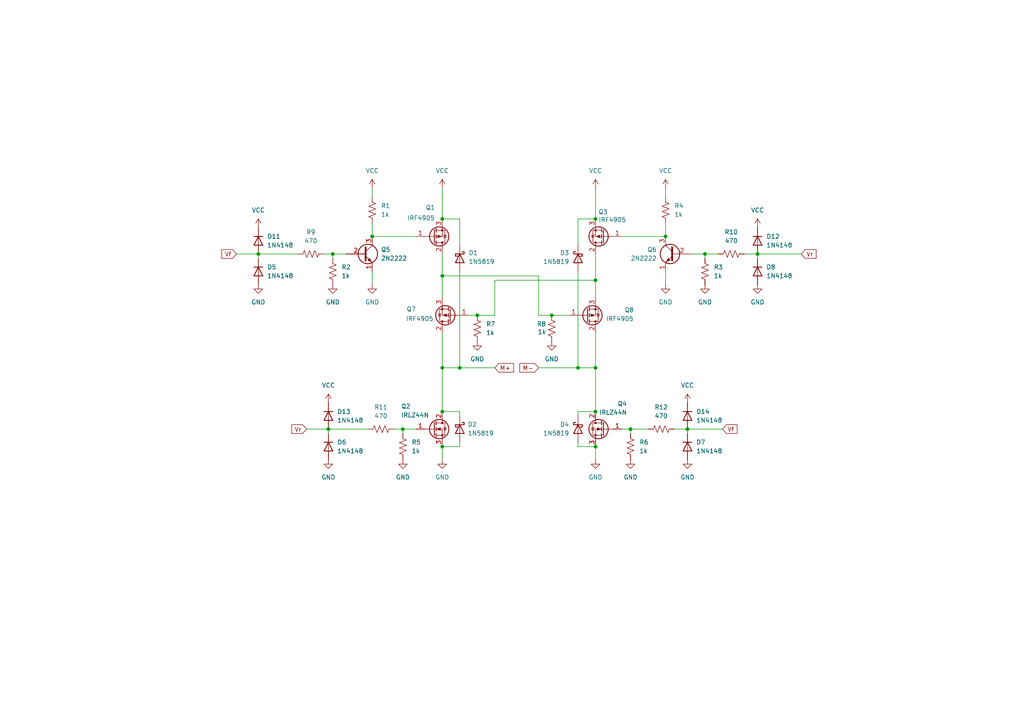
<source format=kicad_sch>
(kicad_sch (version 20231120) (generator "eeschema") (generator_version "8.0")
  (paper "A4")
  (lib_symbols
    (symbol "Device:R_US" (pin_numbers hide) (pin_names (offset 0))
      (property "Reference" "R" (at 2.54 0 90))
      (property "Value" "R_US" (at -2.54 0 90))
      (symbol "R_US_0_1"
        (polyline (pts (xy 0 -2.286) (xy 0 -2.54)))
        (polyline (pts (xy 0 2.286) (xy 0 2.54)))
        (polyline (pts (xy 0 -0.762) (xy 1.016 -1.143) (xy 0 -1.524) (xy -1.016 -1.905) (xy 0 -2.286)))
        (polyline (pts (xy 0 0.762) (xy 1.016 0.381) (xy 0 0) (xy -1.016 -0.381) (xy 0 -0.762)))
        (polyline (pts (xy 0 2.286) (xy 1.016 1.905) (xy 0 1.524) (xy -1.016 1.143) (xy 0 0.762)))
      )
      (symbol "R_US_1_1"
        (pin passive line (at 0 3.81 270) (length 1.27) (name "~") (number "1"))
        (pin passive line (at 0 -3.81 90) (length 1.27) (name "~") (number "2"))
      )
    )
    (symbol "Diode:1N4148" (pin_numbers hide) (pin_names hide)
      (property "Reference" "D" (at 0 2.54 0))
      (property "Value" "1N4148" (at 0 -2.54 0))
      (symbol "1N4148_0_1"
        (polyline (pts (xy -1.27 1.27) (xy -1.27 -1.27)) (stroke (width 0.254)))
        (polyline (pts (xy 1.27 0) (xy -1.27 0)))
        (polyline (pts (xy 1.27 1.27) (xy 1.27 -1.27) (xy -1.27 0) (xy 1.27 1.27)) (stroke (width 0.254)))
      )
      (symbol "1N4148_1_1"
        (pin passive line (at -3.81 0 0) (length 2.54) (name "K") (number "1"))
        (pin passive line (at 3.81 0 180) (length 2.54) (name "A") (number "2"))
      )
    )
    (symbol "Diode:1N5819" (pin_numbers hide) (pin_names (offset 1.016) hide)
      (property "Reference" "D" (at 0 2.54 0))
      (property "Value" "1N5819" (at 0 -2.54 0))
      (symbol "1N5819_0_1"
        (polyline (pts (xy 1.27 0) (xy -1.27 0)))
        (polyline (pts (xy 1.27 1.27) (xy 1.27 -1.27) (xy -1.27 0) (xy 1.27 1.27)) (stroke (width 0.254)))
        (polyline (pts (xy -1.905 0.635) (xy -1.905 1.27) (xy -1.27 1.27) (xy -1.27 -1.27) (xy -0.635 -1.27) (xy -0.635 -0.635)) (stroke (width 0.254)))
      )
      (symbol "1N5819_1_1"
        (pin passive line (at -3.81 0 0) (length 2.54) (name "K") (number "1"))
        (pin passive line (at 3.81 0 180) (length 2.54) (name "A") (number "2"))
      )
    )
    (symbol "Transistor_BJT:2N2219" (pin_names (offset 0) hide)
      (property "Reference" "Q" (at 5.08 1.905 0))
      (property "Value" "2N2219" (at 5.08 0 0))
      (symbol "2N2219_0_1"
        (polyline (pts (xy 0.635 0.635) (xy 2.54 2.54)))
        (polyline (pts (xy 0.635 -0.635) (xy 2.54 -2.54) (xy 2.54 -2.54)))
        (polyline (pts (xy 0.635 1.905) (xy 0.635 -1.905) (xy 0.635 -1.905)) (stroke (width 0.508)))
        (polyline (pts (xy 1.27 -1.778) (xy 1.778 -1.27) (xy 2.286 -2.286) (xy 1.27 -1.778) (xy 1.27 -1.778)) (fill (type outline)))
        (circle (center 1.27 0) (radius 2.8194) (stroke (width 0.254)))
      )
      (symbol "2N2219_1_1"
        (pin passive line (at 2.54 -5.08 90) (length 2.54) (name "E") (number "1"))
        (pin passive line (at -5.08 0 0) (length 5.715) (name "B") (number "2"))
        (pin passive line (at 2.54 5.08 270) (length 2.54) (name "C") (number "3"))
      )
    )
    (symbol "Transistor_FET:IRF4905" (pin_names hide)
      (property "Reference" "Q" (at 5.08 1.905 0))
      (property "Value" "IRF4905" (at 5.08 0 0))
      (symbol "IRF4905_0_1"
        (polyline (pts (xy 0.254 0) (xy -2.54 0)))
        (polyline (pts (xy 0.254 1.905) (xy 0.254 -1.905)) (stroke (width 0.254)))
        (polyline (pts (xy 0.762 -1.27) (xy 0.762 -2.286)) (stroke (width 0.254)))
        (polyline (pts (xy 0.762 0.508) (xy 0.762 -0.508)) (stroke (width 0.254)))
        (polyline (pts (xy 0.762 2.286) (xy 0.762 1.27)) (stroke (width 0.254)))
        (polyline (pts (xy 2.54 2.54) (xy 2.54 1.778)))
        (polyline (pts (xy 2.54 -2.54) (xy 2.54 0) (xy 0.762 0)))
        (polyline (pts (xy 0.762 1.778) (xy 3.302 1.778) (xy 3.302 -1.778) (xy 0.762 -1.778)))
        (polyline (pts (xy 2.286 0) (xy 1.27 0.381) (xy 1.27 -0.381) (xy 2.286 0)) (fill (type outline)))
        (polyline (pts (xy 2.794 -0.508) (xy 2.921 -0.381) (xy 3.683 -0.381) (xy 3.81 -0.254)))
        (polyline (pts (xy 3.302 -0.381) (xy 2.921 0.254) (xy 3.683 0.254) (xy 3.302 -0.381)))
        (circle (center 1.651 0) (radius 2.794) (stroke (width 0.254)))
        (circle (center 2.54 -1.778) (radius 0.254) (fill (type outline)))
        (circle (center 2.54 1.778) (radius 0.254) (fill (type outline)))
      )
      (symbol "IRF4905_1_1"
        (pin input line (at -5.08 0 0) (length 2.54) (name "G") (number "1"))
        (pin passive line (at 2.54 5.08 270) (length 2.54) (name "D") (number "2"))
        (pin passive line (at 2.54 -5.08 90) (length 2.54) (name "S") (number "3"))
      )
    )
    (symbol "Transistor_FET:IRLZ44N" (pin_names hide)
      (property "Reference" "Q" (at 5.08 1.905 0))
      (property "Value" "IRLZ44N" (at 5.08 0 0))
      (symbol "IRLZ44N_0_1"
        (polyline (pts (xy 0.254 0) (xy -2.54 0)))
        (polyline (pts (xy 0.254 1.905) (xy 0.254 -1.905)) (stroke (width 0.254)))
        (polyline (pts (xy 0.762 -1.27) (xy 0.762 -2.286)) (stroke (width 0.254)))
        (polyline (pts (xy 0.762 0.508) (xy 0.762 -0.508)) (stroke (width 0.254)))
        (polyline (pts (xy 0.762 2.286) (xy 0.762 1.27)) (stroke (width 0.254)))
        (polyline (pts (xy 2.54 2.54) (xy 2.54 1.778)))
        (polyline (pts (xy 2.54 -2.54) (xy 2.54 0) (xy 0.762 0)))
        (polyline (pts (xy 0.762 -1.778) (xy 3.302 -1.778) (xy 3.302 1.778) (xy 0.762 1.778)))
        (polyline (pts (xy 1.016 0) (xy 2.032 0.381) (xy 2.032 -0.381) (xy 1.016 0)) (fill (type outline)))
        (polyline (pts (xy 2.794 0.508) (xy 2.921 0.381) (xy 3.683 0.381) (xy 3.81 0.254)))
        (polyline (pts (xy 3.302 0.381) (xy 2.921 -0.254) (xy 3.683 -0.254) (xy 3.302 0.381)))
        (circle (center 1.651 0) (radius 2.794) (stroke (width 0.254)))
        (circle (center 2.54 -1.778) (radius 0.254) (fill (type outline)))
        (circle (center 2.54 1.778) (radius 0.254) (fill (type outline)))
      )
      (symbol "IRLZ44N_1_1"
        (pin input line (at -5.08 0 0) (length 2.54) (name "G") (number "1"))
        (pin passive line (at 2.54 5.08 270) (length 2.54) (name "D") (number "2"))
        (pin passive line (at 2.54 -5.08 90) (length 2.54) (name "S") (number "3"))
      )
    )
    (symbol "power:GND" (power) (pin_numbers hide) (pin_names (offset 0) hide)
      (property "Value" "GND" (at 0 -3.81 0))
      (symbol "GND_0_1"
        (polyline (pts (xy 0 0) (xy 0 -1.27) (xy 1.27 -1.27) (xy 0 -2.54) (xy -1.27 -1.27) (xy 0 -1.27)))
      )
      (symbol "GND_1_1"
        (pin power_in line (at 0 0 270) (length 0) (name "~") (number "1"))
      )
    )
    (symbol "power:VCC" (power) (pin_numbers hide) (pin_names (offset 0) hide)
      (property "Value" "VCC" (at 0 3.556 0))
      (symbol "VCC_0_1"
        (polyline (pts (xy -0.762 1.27) (xy 0 2.54)))
        (polyline (pts (xy 0 0) (xy 0 2.54)))
        (polyline (pts (xy 0 2.54) (xy 0.762 1.27)))
      )
      (symbol "VCC_1_1"
        (pin power_in line (at 0 0 90) (length 0) (name "~") (number "1"))
      )
    )
  )
  (junction (at 160.02 91.44))
  (junction (at 128.27 80.01))
  (junction (at 172.72 106.68))
  (junction (at 96.52 73.66))
  (junction (at 172.72 63.5))
  (junction (at 138.43 91.44))
  (junction (at 219.71 73.66))
  (junction (at 128.27 119.38))
  (junction (at 107.95 68.58))
  (junction (at 128.27 63.5))
  (junction (at 167.64 106.68))
  (junction (at 74.93 73.66))
  (junction (at 172.72 119.38))
  (junction (at 172.72 81.28))
  (junction (at 133.35 106.68))
  (junction (at 172.72 129.54))
  (junction (at 182.88 124.46))
  (junction (at 128.27 106.68))
  (junction (at 95.25 124.46))
  (junction (at 204.47 73.66))
  (junction (at 128.27 129.54))
  (junction (at 193.04 68.58))
  (junction (at 116.84 124.46))
  (junction (at 199.39 124.46))
  (wire (pts (xy 232.41 73.66) (xy 219.71 73.66)))
  (wire (pts (xy 167.64 63.5) (xy 167.64 71.12)))
  (wire (pts (xy 167.64 119.38) (xy 167.64 120.65)))
  (wire (pts (xy 107.95 57.15) (xy 107.95 54.61)))
  (wire (pts (xy 133.35 78.74) (xy 133.35 106.68)))
  (wire (pts (xy 143.51 91.44) (xy 143.51 81.28)))
  (wire (pts (xy 199.39 124.46) (xy 199.39 125.73)))
  (wire (pts (xy 180.34 68.58) (xy 193.04 68.58)))
  (wire (pts (xy 128.27 73.66) (xy 128.27 80.01)))
  (wire (pts (xy 128.27 63.5) (xy 133.35 63.5)))
  (wire (pts (xy 96.52 73.66) (xy 96.52 74.93)))
  (wire (pts (xy 95.25 125.73) (xy 95.25 124.46)))
  (wire (pts (xy 199.39 124.46) (xy 209.55 124.46)))
  (wire (pts (xy 96.52 73.66) (xy 100.33 73.66)))
  (wire (pts (xy 128.27 54.61) (xy 128.27 63.5)))
  (wire (pts (xy 133.35 129.54) (xy 128.27 129.54)))
  (wire (pts (xy 172.72 63.5) (xy 167.64 63.5)))
  (wire (pts (xy 172.72 81.28) (xy 172.72 86.36)))
  (wire (pts (xy 219.71 74.93) (xy 219.71 73.66)))
  (wire (pts (xy 172.72 106.68) (xy 172.72 119.38)))
  (wire (pts (xy 172.72 73.66) (xy 172.72 81.28)))
  (wire (pts (xy 172.72 54.61) (xy 172.72 63.5)))
  (wire (pts (xy 74.93 74.93) (xy 74.93 73.66)))
  (wire (pts (xy 156.21 106.68) (xy 167.64 106.68)))
  (wire (pts (xy 116.84 124.46) (xy 120.65 124.46)))
  (wire (pts (xy 128.27 106.68) (xy 133.35 106.68)))
  (wire (pts (xy 167.64 78.74) (xy 167.64 106.68)))
  (wire (pts (xy 180.34 124.46) (xy 182.88 124.46)))
  (wire (pts (xy 128.27 119.38) (xy 133.35 119.38)))
  (wire (pts (xy 172.72 96.52) (xy 172.72 106.68)))
  (wire (pts (xy 193.04 57.15) (xy 193.04 54.61)))
  (wire (pts (xy 74.93 73.66) (xy 86.36 73.66)))
  (wire (pts (xy 107.95 64.77) (xy 107.95 68.58)))
  (wire (pts (xy 107.95 68.58) (xy 120.65 68.58)))
  (wire (pts (xy 133.35 119.38) (xy 133.35 120.65)))
  (wire (pts (xy 215.9 73.66) (xy 219.71 73.66)))
  (wire (pts (xy 68.58 73.66) (xy 74.93 73.66)))
  (wire (pts (xy 165.1 91.44) (xy 160.02 91.44)))
  (wire (pts (xy 167.64 129.54) (xy 172.72 129.54)))
  (wire (pts (xy 88.9 124.46) (xy 95.25 124.46)))
  (wire (pts (xy 135.89 91.44) (xy 138.43 91.44)))
  (wire (pts (xy 128.27 80.01) (xy 128.27 86.36)))
  (wire (pts (xy 128.27 96.52) (xy 128.27 106.68)))
  (wire (pts (xy 95.25 124.46) (xy 106.68 124.46)))
  (wire (pts (xy 204.47 73.66) (xy 208.28 73.66)))
  (wire (pts (xy 182.88 124.46) (xy 187.96 124.46)))
  (wire (pts (xy 156.21 91.44) (xy 156.21 80.01)))
  (wire (pts (xy 128.27 106.68) (xy 128.27 119.38)))
  (wire (pts (xy 116.84 124.46) (xy 116.84 125.73)))
  (wire (pts (xy 195.58 124.46) (xy 199.39 124.46)))
  (wire (pts (xy 93.98 73.66) (xy 96.52 73.66)))
  (wire (pts (xy 107.95 82.55) (xy 107.95 78.74)))
  (wire (pts (xy 172.72 119.38) (xy 167.64 119.38)))
  (wire (pts (xy 204.47 73.66) (xy 200.66 73.66)))
  (wire (pts (xy 156.21 80.01) (xy 128.27 80.01)))
  (wire (pts (xy 193.04 64.77) (xy 193.04 68.58)))
  (wire (pts (xy 143.51 81.28) (xy 172.72 81.28)))
  (wire (pts (xy 172.72 133.35) (xy 172.72 129.54)))
  (wire (pts (xy 133.35 106.68) (xy 143.51 106.68)))
  (wire (pts (xy 182.88 124.46) (xy 182.88 125.73)))
  (wire (pts (xy 160.02 91.44) (xy 156.21 91.44)))
  (wire (pts (xy 133.35 63.5) (xy 133.35 71.12)))
  (wire (pts (xy 128.27 133.35) (xy 128.27 129.54)))
  (wire (pts (xy 193.04 78.74) (xy 193.04 82.55)))
  (wire (pts (xy 138.43 91.44) (xy 143.51 91.44)))
  (wire (pts (xy 167.64 106.68) (xy 172.72 106.68)))
  (wire (pts (xy 167.64 128.27) (xy 167.64 129.54)))
  (wire (pts (xy 204.47 73.66) (xy 204.47 74.93)))
  (wire (pts (xy 133.35 128.27) (xy 133.35 129.54)))
  (wire (pts (xy 114.3 124.46) (xy 116.84 124.46)))
  (global_label "Vr" (shape input) (at 88.9 124.46 180) (property "Intersheetrefs" "${INTERSHEET_REFS}" (effects (hide yes))))
  (global_label "Vf" (shape input) (at 209.55 124.46 0) (property "Intersheetrefs" "${INTERSHEET_REFS}" (effects (hide yes))))
  (global_label "Vr" (shape input) (at 232.41 73.66 0) (property "Intersheetrefs" "${INTERSHEET_REFS}" (effects (hide yes))))
  (global_label "M+" (shape input) (at 143.51 106.68 0) (property "Intersheetrefs" "${INTERSHEET_REFS}" (effects (hide yes))))
  (global_label "M-" (shape input) (at 156.21 106.68 180) (property "Intersheetrefs" "${INTERSHEET_REFS}" (effects (hide yes))))
  (global_label "Vf" (shape input) (at 68.58 73.66 180) (property "Intersheetrefs" "${INTERSHEET_REFS}" (effects (hide yes))))
  (symbol (lib_id "Device:R_US") (at 212.09 73.66 90) (unit 1)
    (property "Reference" "R10" (at 212.09 67.31 90))
    (property "Value" "470" (at 212.09 69.85 90))
    (property "Description" "Resistor, US symbol" (effects (hide yes)))
  )
  (symbol (lib_id "power:VCC") (at 219.71 66.04 0) (unit 1)
    (property "Reference" "#PWR020" (effects (hide yes)))
    (property "Value" "VCC" (at 219.71 60.96 0))
    (property "Description" "Power symbol creates a global label with name \"VCC\"" (effects (hide yes)))
  )
  (symbol (lib_id "Diode:1N5819") (at 133.35 74.93 270) (unit 1)
    (property "Reference" "D1" (at 135.89 73.3424 90) (effects (justify left)))
    (property "Value" "1N5819" (at 135.89 75.8824 90) (effects (justify left)))
    (property "Footprint" "Diode_THT:D_DO-41_SOD81_P10.16mm_Horizontal" (effects (hide yes)))
    (property "Datasheet" "http://www.vishay.com/docs/88525/1n5817.pdf" (effects (hide yes)))
    (property "Description" "40V 1A Schottky Barrier Rectifier Diode, DO-41" (effects (hide yes)))
  )
  (symbol (lib_id "power:VCC") (at 107.95 54.61 0) (unit 1)
    (property "Reference" "#PWR07" (effects (hide yes)))
    (property "Value" "VCC" (at 107.95 49.53 0))
    (property "Description" "Power symbol creates a global label with name \"VCC\"" (effects (hide yes)))
  )
  (symbol (lib_id "Diode:1N5819") (at 167.64 74.93 90) (mirror x) (unit 1)
    (property "Reference" "D3" (at 165.1 73.3424 90) (effects (justify left)))
    (property "Value" "1N5819" (at 165.1 75.8824 90) (effects (justify left)))
    (property "Footprint" "Diode_THT:D_DO-41_SOD81_P10.16mm_Horizontal" (effects (hide yes)))
    (property "Datasheet" "http://www.vishay.com/docs/88525/1n5817.pdf" (effects (hide yes)))
    (property "Description" "40V 1A Schottky Barrier Rectifier Diode, DO-41" (effects (hide yes)))
  )
  (symbol (lib_id "power:GND") (at 96.52 82.55 0) (unit 1)
    (property "Reference" "#PWR06" (effects (hide yes)))
    (property "Value" "GND" (at 96.52 87.63 0))
    (property "Description" "Power symbol creates a global label with name \"GND\" , ground" (effects (hide yes)))
  )
  (symbol (lib_id "Diode:1N4148") (at 95.25 129.54 270) (unit 1)
    (property "Reference" "D6" (at 97.79 128.2699 90) (effects (justify left)))
    (property "Value" "1N4148" (at 97.79 130.8099 90) (effects (justify left)))
    (property "Footprint" "Diode_THT:D_DO-35_SOD27_P7.62mm_Horizontal" (effects (hide yes)))
    (property "Datasheet" "https://assets.nexperia.com/documents/data-sheet/1N4148_1N4448.pdf" (effects (hide yes)))
    (property "Description" "100V 0.15A standard switching diode, DO-35" (effects (hide yes)))
    (property "Sim.Device" "D" (effects (hide yes)))
    (property "Sim.Pins" "1=K 2=A" (effects (hide yes)))
  )
  (symbol (lib_id "Device:R_US") (at 191.77 124.46 90) (unit 1)
    (property "Reference" "R12" (at 191.77 118.11 90))
    (property "Value" "470" (at 191.77 120.65 90))
    (property "Description" "Resistor, US symbol" (effects (hide yes)))
  )
  (symbol (lib_id "power:GND") (at 107.95 82.55 0) (unit 1)
    (property "Reference" "#PWR05" (effects (hide yes)))
    (property "Value" "GND" (at 107.95 87.63 0))
    (property "Description" "Power symbol creates a global label with name \"GND\" , ground" (effects (hide yes)))
  )
  (symbol (lib_id "Diode:1N4148") (at 199.39 129.54 270) (unit 1)
    (property "Reference" "D7" (at 201.93 128.2699 90) (effects (justify left)))
    (property "Value" "1N4148" (at 201.93 130.8099 90) (effects (justify left)))
    (property "Footprint" "Diode_THT:D_DO-35_SOD27_P7.62mm_Horizontal" (effects (hide yes)))
    (property "Datasheet" "https://assets.nexperia.com/documents/data-sheet/1N4148_1N4448.pdf" (effects (hide yes)))
    (property "Description" "100V 0.15A standard switching diode, DO-35" (effects (hide yes)))
    (property "Sim.Device" "D" (effects (hide yes)))
    (property "Sim.Pins" "1=K 2=A" (effects (hide yes)))
  )
  (symbol (lib_id "Transistor_FET:IRF4905") (at 175.26 68.58 180) (unit 1)
    (property "Reference" "Q3" (at 176.276 61.4681 0) (effects (justify left)))
    (property "Value" "IRF4905" (at 181.61 63.7541 0) (effects (justify left)))
    (property "Footprint" "Package_TO_SOT_THT:TO-220-3_Vertical" (effects (hide yes)))
    (property "Datasheet" "http://www.infineon.com/dgdl/irf4905.pdf?fileId=5546d462533600a4015355e32165197c" (effects (hide yes)))
    (property "Description" "-74A Id, -55V Vds, Single P-Channel HEXFET Power MOSFET, 20mOhm Ron, TO-220AB" (effects (hide yes)))
  )
  (symbol (lib_id "Device:R_US") (at 160.02 95.25 0) (unit 1)
    (property "Reference" "R8" (at 155.702 93.9799 0) (effects (justify left)))
    (property "Value" "1k" (at 155.956 96.2659 0) (effects (justify left)))
    (property "Description" "Resistor, US symbol" (effects (hide yes)))
  )
  (symbol (lib_id "power:GND") (at 219.71 82.55 0) (unit 1)
    (property "Reference" "#PWR016" (effects (hide yes)))
    (property "Value" "GND" (at 219.71 87.63 0))
    (property "Description" "Power symbol creates a global label with name \"GND\" , ground" (effects (hide yes)))
  )
  (symbol (lib_id "Transistor_BJT:2N2219") (at 195.58 73.66 0) (mirror y) (unit 1)
    (property "Reference" "Q6" (at 190.5 72.3899 0) (effects (justify left)))
    (property "Value" "2N2222" (at 190.5 74.9299 0) (effects (justify left)))
    (property "Footprint" "Package_TO_SOT_THT:TO-39-3" (effects (hide yes)))
    (property "Datasheet" "http://www.onsemi.com/pub_link/Collateral/2N2219-D.PDF" (effects (hide yes)))
    (property "Description" "800mA Ic, 50V Vce, NPN Transistor, TO-39" (effects (hide yes)))
  )
  (symbol (lib_id "Device:R_US") (at 107.95 60.96 0) (unit 1)
    (property "Reference" "R1" (at 110.49 59.6899 0) (effects (justify left)))
    (property "Value" "1k" (at 110.49 62.2299 0) (effects (justify left)))
    (property "Description" "Resistor, US symbol" (effects (hide yes)))
  )
  (symbol (lib_id "Diode:1N4148") (at 95.25 120.65 270) (unit 1)
    (property "Reference" "D13" (at 97.79 119.3799 90) (effects (justify left)))
    (property "Value" "1N4148" (at 97.79 121.9199 90) (effects (justify left)))
    (property "Footprint" "Diode_THT:D_DO-35_SOD27_P7.62mm_Horizontal" (effects (hide yes)))
    (property "Datasheet" "https://assets.nexperia.com/documents/data-sheet/1N4148_1N4448.pdf" (effects (hide yes)))
    (property "Description" "100V 0.15A standard switching diode, DO-35" (effects (hide yes)))
    (property "Sim.Device" "D" (effects (hide yes)))
    (property "Sim.Pins" "1=K 2=A" (effects (hide yes)))
  )
  (symbol (lib_id "power:VCC") (at 172.72 54.61 0) (unit 1)
    (property "Reference" "#PWR04" (effects (hide yes)))
    (property "Value" "VCC" (at 172.72 49.53 0))
    (property "Description" "Power symbol creates a global label with name \"VCC\"" (effects (hide yes)))
  )
  (symbol (lib_id "Diode:1N5819") (at 167.64 124.46 90) (mirror x) (unit 1)
    (property "Reference" "D4" (at 165.1 123.1264 90) (effects (justify left)))
    (property "Value" "1N5819" (at 165.1 125.6664 90) (effects (justify left)))
    (property "Footprint" "Diode_THT:D_DO-41_SOD81_P10.16mm_Horizontal" (effects (hide yes)))
    (property "Datasheet" "http://www.vishay.com/docs/88525/1n5817.pdf" (effects (hide yes)))
    (property "Description" "40V 1A Schottky Barrier Rectifier Diode, DO-41" (effects (hide yes)))
  )
  (symbol (lib_id "power:VCC") (at 74.93 66.04 0) (unit 1)
    (property "Reference" "#PWR019" (effects (hide yes)))
    (property "Value" "VCC" (at 74.93 60.96 0))
    (property "Description" "Power symbol creates a global label with name \"VCC\"" (effects (hide yes)))
  )
  (symbol (lib_id "Device:R_US") (at 182.88 129.54 0) (unit 1)
    (property "Reference" "R6" (at 185.42 128.2699 0) (effects (justify left)))
    (property "Value" "1k" (at 185.42 130.8099 0) (effects (justify left)))
    (property "Description" "Resistor, US symbol" (effects (hide yes)))
  )
  (symbol (lib_id "power:GND") (at 116.84 133.35 0) (unit 1)
    (property "Reference" "#PWR011" (effects (hide yes)))
    (property "Value" "GND" (at 116.84 138.43 0))
    (property "Description" "Power symbol creates a global label with name \"GND\" , ground" (effects (hide yes)))
  )
  (symbol (lib_id "Diode:1N4148") (at 74.93 69.85 270) (unit 1)
    (property "Reference" "D11" (at 77.47 68.5799 90) (effects (justify left)))
    (property "Value" "1N4148" (at 77.47 71.1199 90) (effects (justify left)))
    (property "Footprint" "Diode_THT:D_DO-35_SOD27_P7.62mm_Horizontal" (effects (hide yes)))
    (property "Datasheet" "https://assets.nexperia.com/documents/data-sheet/1N4148_1N4448.pdf" (effects (hide yes)))
    (property "Description" "100V 0.15A standard switching diode, DO-35" (effects (hide yes)))
    (property "Sim.Device" "D" (effects (hide yes)))
    (property "Sim.Pins" "1=K 2=A" (effects (hide yes)))
  )
  (symbol (lib_id "power:GND") (at 74.93 82.55 0) (unit 1)
    (property "Reference" "#PWR013" (effects (hide yes)))
    (property "Value" "GND" (at 74.93 87.63 0))
    (property "Description" "Power symbol creates a global label with name \"GND\" , ground" (effects (hide yes)))
  )
  (symbol (lib_id "Diode:1N4148") (at 219.71 78.74 270) (unit 1)
    (property "Reference" "D8" (at 222.25 77.4699 90) (effects (justify left)))
    (property "Value" "1N4148" (at 222.25 80.0099 90) (effects (justify left)))
    (property "Footprint" "Diode_THT:D_DO-35_SOD27_P7.62mm_Horizontal" (effects (hide yes)))
    (property "Datasheet" "https://assets.nexperia.com/documents/data-sheet/1N4148_1N4448.pdf" (effects (hide yes)))
    (property "Description" "100V 0.15A standard switching diode, DO-35" (effects (hide yes)))
    (property "Sim.Device" "D" (effects (hide yes)))
    (property "Sim.Pins" "1=K 2=A" (effects (hide yes)))
  )
  (symbol (lib_id "Diode:1N4148") (at 199.39 120.65 270) (unit 1)
    (property "Reference" "D14" (at 201.93 119.3799 90) (effects (justify left)))
    (property "Value" "1N4148" (at 201.93 121.9199 90) (effects (justify left)))
    (property "Footprint" "Diode_THT:D_DO-35_SOD27_P7.62mm_Horizontal" (effects (hide yes)))
    (property "Datasheet" "https://assets.nexperia.com/documents/data-sheet/1N4148_1N4448.pdf" (effects (hide yes)))
    (property "Description" "100V 0.15A standard switching diode, DO-35" (effects (hide yes)))
    (property "Sim.Device" "D" (effects (hide yes)))
    (property "Sim.Pins" "1=K 2=A" (effects (hide yes)))
  )
  (symbol (lib_id "power:VCC") (at 128.27 54.61 0) (unit 1)
    (property "Reference" "#PWR03" (effects (hide yes)))
    (property "Value" "VCC" (at 128.27 49.53 0))
    (property "Description" "Power symbol creates a global label with name \"VCC\"" (effects (hide yes)))
  )
  (symbol (lib_id "power:VCC") (at 95.25 116.84 0) (unit 1)
    (property "Reference" "#PWR021" (effects (hide yes)))
    (property "Value" "VCC" (at 95.25 111.76 0))
    (property "Description" "Power symbol creates a global label with name \"VCC\"" (effects (hide yes)))
  )
  (symbol (lib_id "power:GND") (at 160.02 99.06 0) (unit 1)
    (property "Reference" "#PWR018" (effects (hide yes)))
    (property "Value" "GND" (at 160.02 104.14 0))
    (property "Description" "Power symbol creates a global label with name \"GND\" , ground" (effects (hide yes)))
  )
  (symbol (lib_id "power:GND") (at 182.88 133.35 0) (unit 1)
    (property "Reference" "#PWR012" (effects (hide yes)))
    (property "Value" "GND" (at 182.88 138.43 0))
    (property "Description" "Power symbol creates a global label with name \"GND\" , ground" (effects (hide yes)))
  )
  (symbol (lib_id "power:GND") (at 204.47 82.55 0) (mirror y) (unit 1)
    (property "Reference" "#PWR08" (effects (hide yes)))
    (property "Value" "GND" (at 204.47 87.63 0))
    (property "Description" "Power symbol creates a global label with name \"GND\" , ground" (effects (hide yes)))
  )
  (symbol (lib_id "power:VCC") (at 193.04 54.61 0) (mirror y) (unit 1)
    (property "Reference" "#PWR09" (effects (hide yes)))
    (property "Value" "VCC" (at 193.04 49.53 0))
    (property "Description" "Power symbol creates a global label with name \"VCC\"" (effects (hide yes)))
  )
  (symbol (lib_id "power:GND") (at 172.72 133.35 0) (unit 1)
    (property "Reference" "#PWR02" (effects (hide yes)))
    (property "Value" "GND" (at 172.72 138.43 0))
    (property "Description" "Power symbol creates a global label with name \"GND\" , ground" (effects (hide yes)))
  )
  (symbol (lib_id "Transistor_FET:IRLZ44N") (at 175.26 124.46 0) (mirror y) (unit 1)
    (property "Reference" "Q4" (at 181.864 117.0939 0) (effects (justify left)))
    (property "Value" "IRLZ44N" (at 181.864 119.6339 0) (effects (justify left)))
    (property "Footprint" "Package_TO_SOT_THT:TO-220-3_Vertical" (effects (hide yes)))
    (property "Datasheet" "http://www.irf.com/product-info/datasheets/data/irlz44n.pdf" (effects (hide yes)))
    (property "Description" "47A Id, 55V Vds, 22mOhm Rds Single N-Channel HEXFET Power MOSFET, TO-220AB" (effects (hide yes)))
  )
  (symbol (lib_id "Transistor_FET:IRF4905") (at 125.73 68.58 0) (mirror x) (unit 1)
    (property "Reference" "Q1" (at 123.444 60.1981 0) (effects (justify left)))
    (property "Value" "IRF4905" (at 118.11 63.2461 0) (effects (justify left)))
    (property "Footprint" "Package_TO_SOT_THT:TO-220-3_Vertical" (effects (hide yes)))
    (property "Datasheet" "http://www.infineon.com/dgdl/irf4905.pdf?fileId=5546d462533600a4015355e32165197c" (effects (hide yes)))
    (property "Description" "-74A Id, -55V Vds, Single P-Channel HEXFET Power MOSFET, 20mOhm Ron, TO-220AB" (effects (hide yes)))
  )
  (symbol (lib_id "power:GND") (at 193.04 82.55 0) (mirror y) (unit 1)
    (property "Reference" "#PWR010" (effects (hide yes)))
    (property "Value" "GND" (at 193.04 87.63 0))
    (property "Description" "Power symbol creates a global label with name \"GND\" , ground" (effects (hide yes)))
  )
  (symbol (lib_id "power:GND") (at 199.39 133.35 0) (unit 1)
    (property "Reference" "#PWR015" (effects (hide yes)))
    (property "Value" "GND" (at 199.39 138.43 0))
    (property "Description" "Power symbol creates a global label with name \"GND\" , ground" (effects (hide yes)))
  )
  (symbol (lib_id "Transistor_FET:IRLZ44N") (at 125.73 124.46 0) (unit 1)
    (property "Reference" "Q2" (at 116.332 117.8559 0) (effects (justify left)))
    (property "Value" "IRLZ44N" (at 116.332 120.3959 0) (effects (justify left)))
    (property "Footprint" "Package_TO_SOT_THT:TO-220-3_Vertical" (effects (hide yes)))
    (property "Datasheet" "http://www.irf.com/product-info/datasheets/data/irlz44n.pdf" (effects (hide yes)))
    (property "Description" "47A Id, 55V Vds, 22mOhm Rds Single N-Channel HEXFET Power MOSFET, TO-220AB" (effects (hide yes)))
  )
  (symbol (lib_id "power:GND") (at 128.27 133.35 0) (unit 1)
    (property "Reference" "#PWR01" (effects (hide yes)))
    (property "Value" "GND" (at 128.27 138.43 0))
    (property "Description" "Power symbol creates a global label with name \"GND\" , ground" (effects (hide yes)))
  )
  (symbol (lib_id "Device:R_US") (at 90.17 73.66 90) (unit 1)
    (property "Reference" "R9" (at 90.17 67.31 90))
    (property "Value" "470" (at 90.17 69.85 90))
    (property "Description" "Resistor, US symbol" (effects (hide yes)))
  )
  (symbol (lib_id "power:GND") (at 95.25 133.35 0) (unit 1)
    (property "Reference" "#PWR014" (effects (hide yes)))
    (property "Value" "GND" (at 95.25 138.43 0))
    (property "Description" "Power symbol creates a global label with name \"GND\" , ground" (effects (hide yes)))
  )
  (symbol (lib_id "Device:R_US") (at 204.47 78.74 0) (unit 1)
    (property "Reference" "R3" (at 207.01 77.4699 0) (effects (justify left)))
    (property "Value" "1k" (at 207.01 80.0099 0) (effects (justify left)))
    (property "Description" "Resistor, US symbol" (effects (hide yes)))
  )
  (symbol (lib_id "Device:R_US") (at 193.04 60.96 0) (unit 1)
    (property "Reference" "R4" (at 195.58 59.6899 0) (effects (justify left)))
    (property "Value" "1k" (at 195.58 62.2299 0) (effects (justify left)))
    (property "Description" "Resistor, US symbol" (effects (hide yes)))
  )
  (symbol (lib_id "power:VCC") (at 199.39 116.84 0) (unit 1)
    (property "Reference" "#PWR022" (effects (hide yes)))
    (property "Value" "VCC" (at 199.39 111.76 0))
    (property "Description" "Power symbol creates a global label with name \"VCC\"" (effects (hide yes)))
  )
  (symbol (lib_id "Diode:1N5819") (at 133.35 124.46 270) (unit 1)
    (property "Reference" "D2" (at 135.636 123.1264 90) (effects (justify left)))
    (property "Value" "1N5819" (at 135.636 125.6664 90) (effects (justify left)))
    (property "Footprint" "Diode_THT:D_DO-41_SOD81_P10.16mm_Horizontal" (effects (hide yes)))
    (property "Datasheet" "http://www.vishay.com/docs/88525/1n5817.pdf" (effects (hide yes)))
    (property "Description" "40V 1A Schottky Barrier Rectifier Diode, DO-41" (effects (hide yes)))
  )
  (symbol (lib_id "Diode:1N4148") (at 219.71 69.85 270) (unit 1)
    (property "Reference" "D12" (at 222.25 68.5799 90) (effects (justify left)))
    (property "Value" "1N4148" (at 222.25 71.1199 90) (effects (justify left)))
    (property "Footprint" "Diode_THT:D_DO-35_SOD27_P7.62mm_Horizontal" (effects (hide yes)))
    (property "Datasheet" "https://assets.nexperia.com/documents/data-sheet/1N4148_1N4448.pdf" (effects (hide yes)))
    (property "Description" "100V 0.15A standard switching diode, DO-35" (effects (hide yes)))
    (property "Sim.Device" "D" (effects (hide yes)))
    (property "Sim.Pins" "1=K 2=A" (effects (hide yes)))
  )
  (symbol (lib_id "Diode:1N4148") (at 74.93 78.74 270) (unit 1)
    (property "Reference" "D5" (at 77.47 77.4699 90) (effects (justify left)))
    (property "Value" "1N4148" (at 77.47 80.0099 90) (effects (justify left)))
    (property "Footprint" "Diode_THT:D_DO-35_SOD27_P7.62mm_Horizontal" (effects (hide yes)))
    (property "Datasheet" "https://assets.nexperia.com/documents/data-sheet/1N4148_1N4448.pdf" (effects (hide yes)))
    (property "Description" "100V 0.15A standard switching diode, DO-35" (effects (hide yes)))
    (property "Sim.Device" "D" (effects (hide yes)))
    (property "Sim.Pins" "1=K 2=A" (effects (hide yes)))
  )
  (symbol (lib_id "power:GND") (at 138.43 99.06 0) (unit 1)
    (property "Reference" "#PWR017" (effects (hide yes)))
    (property "Value" "GND" (at 138.43 104.14 0))
    (property "Description" "Power symbol creates a global label with name \"GND\" , ground" (effects (hide yes)))
  )
  (symbol (lib_id "Transistor_FET:IRF4905") (at 130.81 91.44 180) (unit 1)
    (property "Reference" "Q7" (at 120.65 89.6621 0) (effects (justify left)))
    (property "Value" "IRF4905" (at 125.73 92.4561 0) (effects (justify left)))
    (property "Footprint" "Package_TO_SOT_THT:TO-220-3_Vertical" (effects (hide yes)))
    (property "Datasheet" "http://www.infineon.com/dgdl/irf4905.pdf?fileId=5546d462533600a4015355e32165197c" (effects (hide yes)))
    (property "Description" "-74A Id, -55V Vds, Single P-Channel HEXFET Power MOSFET, 20mOhm Ron, TO-220AB" (effects (hide yes)))
  )
  (symbol (lib_id "Transistor_FET:IRF4905") (at 170.18 91.44 0) (mirror x) (unit 1)
    (property "Reference" "Q8" (at 181.102 89.9161 0) (effects (justify left)))
    (property "Value" "IRF4905" (at 175.768 92.4561 0) (effects (justify left)))
    (property "Footprint" "Package_TO_SOT_THT:TO-220-3_Vertical" (effects (hide yes)))
    (property "Datasheet" "http://www.infineon.com/dgdl/irf4905.pdf?fileId=5546d462533600a4015355e32165197c" (effects (hide yes)))
    (property "Description" "-74A Id, -55V Vds, Single P-Channel HEXFET Power MOSFET, 20mOhm Ron, TO-220AB" (effects (hide yes)))
  )
  (symbol (lib_id "Device:R_US") (at 110.49 124.46 90) (unit 1)
    (property "Reference" "R11" (at 110.49 118.11 90))
    (property "Value" "470" (at 110.49 120.65 90))
    (property "Description" "Resistor, US symbol" (effects (hide yes)))
  )
  (symbol (lib_id "Device:R_US") (at 138.43 95.25 0) (unit 1)
    (property "Reference" "R7" (at 140.97 93.9799 0) (effects (justify left)))
    (property "Value" "1k" (at 140.97 96.5199 0) (effects (justify left)))
    (property "Description" "Resistor, US symbol" (effects (hide yes)))
  )
  (symbol (lib_id "Device:R_US") (at 96.52 78.74 0) (unit 1)
    (property "Reference" "R2" (at 99.06 77.4699 0) (effects (justify left)))
    (property "Value" "1k" (at 99.06 80.0099 0) (effects (justify left)))
    (property "Description" "Resistor, US symbol" (effects (hide yes)))
  )
  (symbol (lib_id "Transistor_BJT:2N2219") (at 105.41 73.66 0) (unit 1)
    (property "Reference" "Q5" (at 110.49 72.3899 0) (effects (justify left)))
    (property "Value" "2N2222" (at 110.49 74.9299 0) (effects (justify left)))
    (property "Footprint" "Package_TO_SOT_THT:TO-39-3" (effects (hide yes)))
    (property "Datasheet" "http://www.onsemi.com/pub_link/Collateral/2N2219-D.PDF" (effects (hide yes)))
    (property "Description" "800mA Ic, 50V Vce, NPN Transistor, TO-39" (effects (hide yes)))
  )
  (symbol (lib_id "Device:R_US") (at 116.84 129.54 0) (unit 1)
    (property "Reference" "R5" (at 119.38 128.2699 0) (effects (justify left)))
    (property "Value" "1k" (at 119.38 130.8099 0) (effects (justify left)))
    (property "Description" "Resistor, US symbol" (effects (hide yes)))
  )
)
</source>
